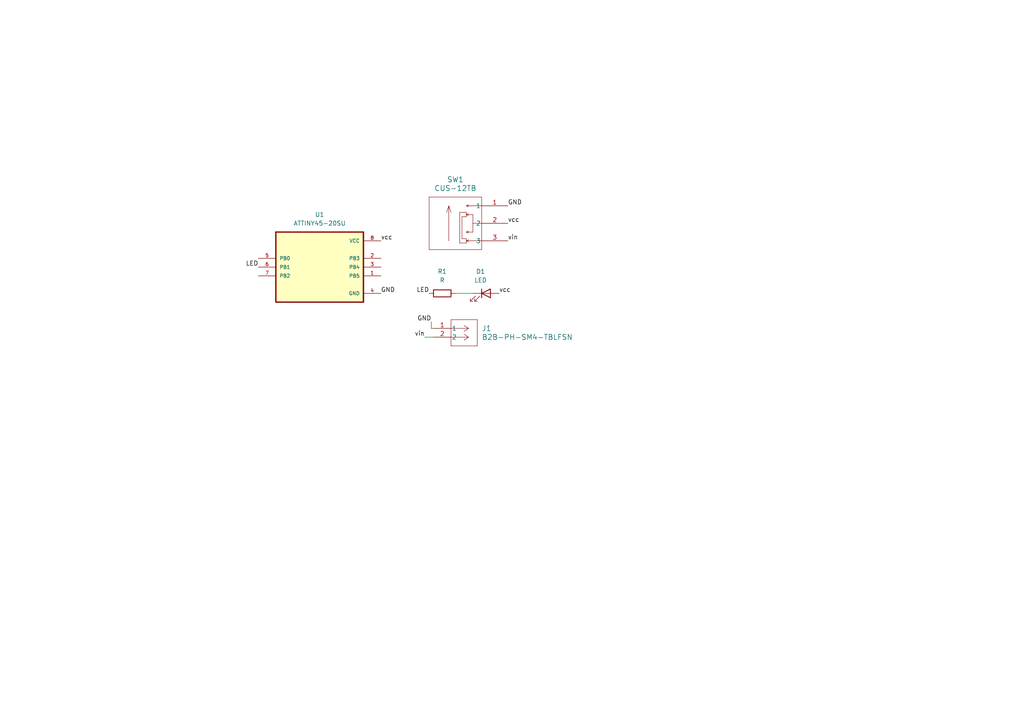
<source format=kicad_sch>
(kicad_sch (version 20230121) (generator eeschema)
  (paper "A4")
  (lib_symbols
    (symbol "Device:LED" (pin_numbers hide) (pin_names (offset 1.016) hide)
      (property "Reference" "D" (at 0 2.54 0))
      (property "Value" "LED" (at 0 -2.54 0))
      (symbol "LED_0_1"
        (polyline (pts (xy -1.27 -1.27) (xy -1.27 1.27)) (stroke (width 0.254)))
        (polyline (pts (xy -1.27 0) (xy 1.27 0)))
        (polyline (pts (xy 1.27 -1.27) (xy 1.27 1.27) (xy -1.27 0) (xy 1.27 -1.27)) (stroke (width 0.254)))
        (polyline (pts (xy -3.048 -0.762) (xy -4.572 -2.286) (xy -3.81 -2.286) (xy -4.572 -2.286) (xy -4.572 -1.524)))
        (polyline (pts (xy -1.778 -0.762) (xy -3.302 -2.286) (xy -2.54 -2.286) (xy -3.302 -2.286) (xy -3.302 -1.524)))
      )
      (symbol "LED_1_1"
        (pin passive line (at -3.81 0 0) (length 2.54) (name "K") (number "1"))
        (pin passive line (at 3.81 0 180) (length 2.54) (name "A") (number "2"))
      )
    )
    (symbol "Device:R" (pin_numbers hide) (pin_names (offset 0))
      (property "Reference" "R" (at 2.032 0 90))
      (property "Value" "R" (at 0 0 90))
      (symbol "R_0_1"
        (rectangle (start -1.016 -2.54) (end 1.016 2.54) (stroke (width 0.254)))
      )
      (symbol "R_1_1"
        (pin passive line (at 0 3.81 270) (length 1.27) (name "~") (number "1"))
        (pin passive line (at 0 -3.81 90) (length 1.27) (name "~") (number "2"))
      )
    )
    (symbol "esp_example_symbols:B2B-PH-SM4-TBLFSN" (pin_names (offset 0.254))
      (property "Reference" "J" (at 8.89 6.35 0))
      (property "Value" "B2B-PH-SM4-TBLFSN" (at 0 0 0))
      (symbol "B2B-PH-SM4-TBLFSN_1_1"
        (polyline (pts (xy 5.08 -5.08) (xy 12.7 -5.08)) (stroke (width 0.127)))
        (polyline (pts (xy 5.08 2.54) (xy 5.08 -5.08)) (stroke (width 0.127)))
        (polyline (pts (xy 10.16 -2.54) (xy 5.08 -2.54)) (stroke (width 0.127)))
        (polyline (pts (xy 10.16 -2.54) (xy 8.89 -3.3867)) (stroke (width 0.127)))
        (polyline (pts (xy 10.16 -2.54) (xy 8.89 -1.6933)) (stroke (width 0.127)))
        (polyline (pts (xy 10.16 0) (xy 5.08 0)) (stroke (width 0.127)))
        (polyline (pts (xy 10.16 0) (xy 8.89 -0.8467)) (stroke (width 0.127)))
        (polyline (pts (xy 10.16 0) (xy 8.89 0.8467)) (stroke (width 0.127)))
        (polyline (pts (xy 12.7 -5.08) (xy 12.7 2.54)) (stroke (width 0.127)))
        (polyline (pts (xy 12.7 2.54) (xy 5.08 2.54)) (stroke (width 0.127)))
        (pin unspecified line (at 0 0 0) (length 5.08) (name "1") (number "1"))
        (pin unspecified line (at 0 -2.54 0) (length 5.08) (name "2") (number "2"))
      )
      (symbol "B2B-PH-SM4-TBLFSN_1_2"
        (polyline (pts (xy 5.08 -5.08) (xy 12.7 -5.08)) (stroke (width 0.127)))
        (polyline (pts (xy 5.08 2.54) (xy 5.08 -5.08)) (stroke (width 0.127)))
        (polyline (pts (xy 7.62 -2.54) (xy 5.08 -2.54)) (stroke (width 0.127)))
        (polyline (pts (xy 7.62 -2.54) (xy 8.89 -3.3867)) (stroke (width 0.127)))
        (polyline (pts (xy 7.62 -2.54) (xy 8.89 -1.6933)) (stroke (width 0.127)))
        (polyline (pts (xy 7.62 0) (xy 5.08 0)) (stroke (width 0.127)))
        (polyline (pts (xy 7.62 0) (xy 8.89 -0.8467)) (stroke (width 0.127)))
        (polyline (pts (xy 7.62 0) (xy 8.89 0.8467)) (stroke (width 0.127)))
        (polyline (pts (xy 12.7 -5.08) (xy 12.7 2.54)) (stroke (width 0.127)))
        (polyline (pts (xy 12.7 2.54) (xy 5.08 2.54)) (stroke (width 0.127)))
        (pin unspecified line (at 0 0 0) (length 5.08) (name "1") (number "1"))
        (pin unspecified line (at 0 -2.54 0) (length 5.08) (name "2") (number "2"))
      )
    )
    (symbol "ubi:ATTINY45-20SU" (pin_names (offset 1.016))
      (property "Reference" "U" (at -12.7 11.16 0))
      (property "Value" "ATTINY45-20SU" (at -12.7 -14.16 0))
      (symbol "ATTINY45-20SU_0_0"
        (rectangle (start -12.7 -10.16) (end 12.7 10.16) (stroke (width 0.41)) (fill (type background)))
        (pin bidirectional line (at 17.78 -2.54 180) (length 5.08) (name "PB5") (number "1"))
        (pin bidirectional line (at 17.78 2.54 180) (length 5.08) (name "PB3") (number "2"))
        (pin bidirectional line (at 17.78 0 180) (length 5.08) (name "PB4") (number "3"))
        (pin power_in line (at 17.78 -7.62 180) (length 5.08) (name "GND") (number "4"))
        (pin bidirectional line (at -17.78 2.54 0) (length 5.08) (name "PB0") (number "5"))
        (pin bidirectional line (at -17.78 0 0) (length 5.08) (name "PB1") (number "6"))
        (pin bidirectional line (at -17.78 -2.54 0) (length 5.08) (name "PB2") (number "7"))
        (pin power_in line (at 17.78 7.62 180) (length 5.08) (name "VCC") (number "8"))
      )
    )
    (symbol "ubi:CUS-12TB" (pin_names (offset 0.254))
      (property "Reference" "SW" (at -15.24 10.16 0))
      (property "Value" "CUS-12TB" (at -20.32 7.62 0))
      (symbol "CUS-12TB_0_1"
        (polyline (pts (xy -22.86 -10.16) (xy -7.62 -10.16)) (stroke (width 0.127)))
        (polyline (pts (xy -22.86 5.08) (xy -22.86 -10.16)) (stroke (width 0.127)))
        (polyline (pts (xy -17.145 -7.62) (xy -17.145 2.54)) (stroke (width 0.127)))
        (polyline (pts (xy -17.145 2.54) (xy -17.78 0.635)) (stroke (width 0.127)))
        (polyline (pts (xy -17.145 2.54) (xy -16.51 0.635)) (stroke (width 0.127)))
        (polyline (pts (xy -13.97 -8.255) (xy -13.97 0.635)) (stroke (width 0.127)))
        (polyline (pts (xy -13.97 0.635) (xy -12.065 0.635)) (stroke (width 0.127)))
        (polyline (pts (xy -13.335 -6.985) (xy -12.065 -6.985)) (stroke (width 0.127)))
        (polyline (pts (xy -13.335 -0.635) (xy -13.335 -6.985)) (stroke (width 0.127)))
        (polyline (pts (xy -12.065 -8.255) (xy -13.97 -8.255)) (stroke (width 0.127)))
        (polyline (pts (xy -12.065 -7.62) (xy -11.43 -7.9375)) (stroke (width 0.127)))
        (polyline (pts (xy -12.065 -7.62) (xy -11.43 -7.3025)) (stroke (width 0.127)))
        (polyline (pts (xy -12.065 -6.985) (xy -12.065 -8.255)) (stroke (width 0.127)))
        (polyline (pts (xy -12.065 -5.08) (xy -11.43 -5.3975)) (stroke (width 0.127)))
        (polyline (pts (xy -12.065 -5.08) (xy -11.43 -4.7625)) (stroke (width 0.127)))
        (polyline (pts (xy -12.065 -5.08) (xy -10.16 -5.08)) (stroke (width 0.127)))
        (polyline (pts (xy -12.065 -0.635) (xy -13.335 -0.635)) (stroke (width 0.127)))
        (polyline (pts (xy -12.065 -0.635) (xy -12.065 0.635)) (stroke (width 0.127)))
        (polyline (pts (xy -12.065 0) (xy -11.43 -0.3175)) (stroke (width 0.127)))
        (polyline (pts (xy -12.065 0) (xy -11.43 0.3175)) (stroke (width 0.127)))
        (polyline (pts (xy -12.065 0) (xy -10.16 0)) (stroke (width 0.127)))
        (polyline (pts (xy -12.065 2.54) (xy -11.43 2.2225)) (stroke (width 0.127)))
        (polyline (pts (xy -12.065 2.54) (xy -11.43 2.8575)) (stroke (width 0.127)))
        (polyline (pts (xy -10.16 -5.08) (xy -10.16 0)) (stroke (width 0.127)))
        (polyline (pts (xy -7.62 -10.16) (xy -7.62 5.08)) (stroke (width 0.127)))
        (polyline (pts (xy -7.62 -7.62) (xy -12.065 -7.62)) (stroke (width 0.127)))
        (polyline (pts (xy -7.62 -2.54) (xy -10.16 -2.54)) (stroke (width 0.127)))
        (polyline (pts (xy -7.62 2.54) (xy -12.065 2.54)) (stroke (width 0.127)))
        (polyline (pts (xy -7.62 5.08) (xy -22.86 5.08)) (stroke (width 0.127)))
        (pin unspecified line (at 0 2.54 180) (length 7.62) (name "1") (number "1"))
        (pin unspecified line (at 0 -2.54 180) (length 7.62) (name "2") (number "2"))
        (pin unspecified line (at 0 -7.62 180) (length 7.62) (name "3") (number "3"))
      )
    )
  )
  (wire (pts (xy 123.19 97.79) (xy 125.73 97.79)))
  (wire (pts (xy 125.095 93.345) (xy 125.095 95.25)))
  (wire (pts (xy 125.095 95.25) (xy 125.73 95.25)))
  (wire (pts (xy 132.08 85.09) (xy 137.16 85.09)))
  (label "vcc" (at 144.78 85.09 0))
  (label "GND" (at 110.49 85.09 0))
  (label "vin" (at 147.32 69.85 0))
  (label "GND" (at 147.32 59.69 0))
  (label "vin" (at 123.19 97.79 180))
  (label "vcc" (at 147.32 64.77 0))
  (label "LED" (at 124.46 85.09 180))
  (label "vcc" (at 110.49 69.85 0))
  (label "GND" (at 125.095 93.345 180))
  (label "LED" (at 74.93 77.47 180))
  (symbol (lib_id "Device:LED") (at 140.97 85.09 0) (unit 1)
    (property "Reference" "D1" (at 139.3825 78.74 0))
    (property "Value" "LED" (at 139.3825 81.28 0))
    (property "Footprint" "LED_SMD:LED_1206_3216Metric" (effects hide))
  )
  (symbol (lib_id "Device:R") (at 128.27 85.09 90) (unit 1)
    (property "Reference" "R1" (at 128.27 78.74 90))
    (property "Value" "R" (at 128.27 81.28 90))
    (property "Footprint" "Resistor_SMD:R_0805_2012Metric" (effects hide))
  )
  (symbol (lib_id "esp_example_symbols:B2B-PH-SM4-TBLFSN") (at 125.73 95.25 0) (unit 1)
    (property "Reference" "J1" (at 139.7 95.25 0) (effects (font (size 1.524 1.524)) (justify left)))
    (property "Value" "B2B-PH-SM4-TBLFSN" (at 139.7 97.79 0) (effects (font (size 1.524 1.524)) (justify left)))
    (property "Footprint" "esp_lib:B2B-PH-SM4-TBLFSN_JST" (effects hide))
    (property "Datasheet" "B2B-PH-SM4-TBLFSN" (effects hide))
  )
  (symbol (lib_id "ubi:CUS-12TB") (at 147.32 62.23 0) (unit 1)
    (property "Reference" "SW1" (at 132.08 52.07 0) (effects (font (size 1.524 1.524))))
    (property "Value" "CUS-12TB" (at 132.08 54.61 0) (effects (font (size 1.524 1.524))))
    (property "Footprint" "Library:CUS-12TB_NDC" (effects hide))
  )
  (symbol (lib_id "ubi:ATTINY45-20SU") (at 92.71 77.47 0) (unit 1)
    (property "Reference" "U1" (at 92.71 62.23 0))
    (property "Value" "ATTINY45-20SU" (at 92.71 64.77 0))
    (property "Footprint" "Library:SOIC127P794X202-8N" (effects hide))
  )
)
</source>
